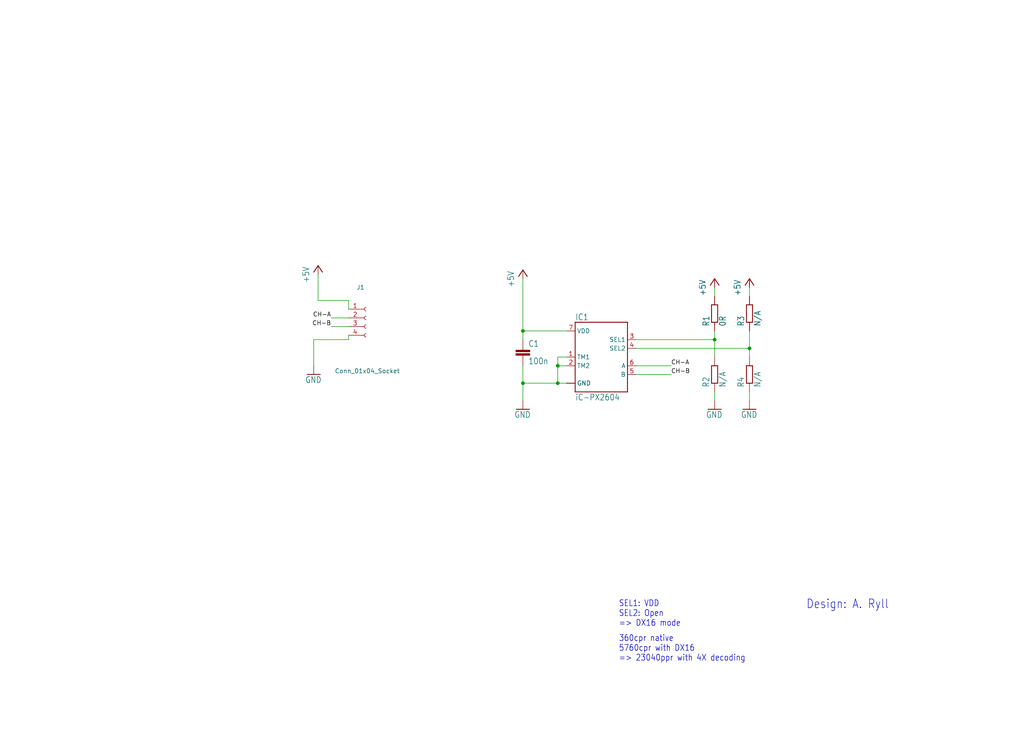
<source format=kicad_sch>
(kicad_sch (version 20231120) (generator "eeschema") (generator_version "8.0")
  (paper "User" 298.45 217.322)
  (lib_symbols
    (symbol "Connector:Conn_01x04_Socket" (pin_names (offset 1.016) hide)
      (property "Reference" "J" (at 0 5.08 0))
      (property "Value" "Conn_01x04_Socket" (at 0 -7.62 0))
      (symbol "Conn_01x04_Socket_1_1"
        (arc (start 0 -4.572) (mid -0.5058 -5.08) (end 0 -5.588) (stroke (width 0.1524)))
        (arc (start 0 -2.032) (mid -0.5058 -2.54) (end 0 -3.048) (stroke (width 0.1524)))
        (polyline (pts (xy -1.27 -5.08) (xy -0.508 -5.08)) (stroke (width 0.1524)))
        (polyline (pts (xy -1.27 -2.54) (xy -0.508 -2.54)) (stroke (width 0.1524)))
        (polyline (pts (xy -1.27 0) (xy -0.508 0)) (stroke (width 0.1524)))
        (polyline (pts (xy -1.27 2.54) (xy -0.508 2.54)) (stroke (width 0.1524)))
        (arc (start 0 0.508) (mid -0.5058 0) (end 0 -0.508) (stroke (width 0.1524)))
        (arc (start 0 3.048) (mid -0.5058 2.54) (end 0 2.032) (stroke (width 0.1524)))
        (pin passive line (at -5.08 2.54 0) (length 3.81) (name "Pin_1") (number "1"))
        (pin passive line (at -5.08 0 0) (length 3.81) (name "Pin_2") (number "2"))
        (pin passive line (at -5.08 -2.54 0) (length 3.81) (name "Pin_3") (number "3"))
        (pin passive line (at -5.08 -5.08 0) (length 3.81) (name "Pin_4") (number "4"))
      )
    )
    (symbol "Encoder_PCB-eagle-import:TIGERs_IC-PX"
      (property "Reference" "IC" (at -7.62 10.668 0))
      (symbol "TIGERs_IC-PX_1_0"
        (polyline (pts (xy -7.62 -10.16) (xy 7.62 -10.16)) (stroke (width 0.254)))
        (polyline (pts (xy -7.62 10.16) (xy -7.62 -10.16)) (stroke (width 0.254)))
        (polyline (pts (xy 7.62 -10.16) (xy 7.62 10.16)) (stroke (width 0.254)))
        (polyline (pts (xy 7.62 10.16) (xy -7.62 10.16)) (stroke (width 0.254)))
        (pin bidirectional line (at -10.16 0 0) (length 2.54) (name "TM1") (number "1"))
        (pin bidirectional line (at -10.16 -2.54 0) (length 2.54) (name "TM2") (number "2"))
        (pin bidirectional line (at 10.16 5.08 180) (length 2.54) (name "SEL1") (number "3"))
        (pin bidirectional line (at 10.16 2.54 180) (length 2.54) (name "SEL2") (number "4"))
        (pin bidirectional line (at 10.16 -5.08 180) (length 2.54) (name "B") (number "5"))
        (pin bidirectional line (at 10.16 -2.54 180) (length 2.54) (name "A") (number "6"))
        (pin bidirectional line (at -10.16 7.62 0) (length 2.54) (name "VDD") (number "7"))
        (pin bidirectional line (at -10.16 -7.62 0) (length 2.54) (name "GND") (number "8"))
        (pin bidirectional line (at -10.16 -7.62 0) (length 2.54) (name "GND") (number "BP"))
      )
    )
    (symbol "Encoder_PCB-eagle-import:rcl_C-EUC0603"
      (property "Reference" "C" (at 1.524 0.381 0))
      (symbol "rcl_C-EUC0603_1_0"
        (rectangle (start -2.032 -2.032) (end 2.032 -1.524) (fill (type outline)))
        (rectangle (start -2.032 -1.016) (end 2.032 -0.508) (fill (type outline)))
        (polyline (pts (xy 0 -2.54) (xy 0 -2.032)) (stroke (width 0.1524)))
        (polyline (pts (xy 0 0) (xy 0 -0.508)) (stroke (width 0.1524)))
        (pin passive line (at 0 2.54 270) (length 2.54) (name "1") (number "1"))
        (pin passive line (at 0 -5.08 90) (length 2.54) (name "2") (number "2"))
      )
    )
    (symbol "Encoder_PCB-eagle-import:rcl_R-EU_R0603"
      (property "Reference" "R" (at -3.81 1.4986 0))
      (symbol "rcl_R-EU_R0603_1_0"
        (polyline (pts (xy -2.54 -0.889) (xy -2.54 0.889)) (stroke (width 0.254)))
        (polyline (pts (xy -2.54 -0.889) (xy 2.54 -0.889)) (stroke (width 0.254)))
        (polyline (pts (xy 2.54 -0.889) (xy 2.54 0.889)) (stroke (width 0.254)))
        (polyline (pts (xy 2.54 0.889) (xy -2.54 0.889)) (stroke (width 0.254)))
        (pin passive line (at -5.08 0 0) (length 2.54) (name "1") (number "1"))
        (pin passive line (at 5.08 0 180) (length 2.54) (name "2") (number "2"))
      )
    )
    (symbol "Encoder_PCB-eagle-import:supply1_+5V" (power)
      (symbol "supply1_+5V_1_0"
        (polyline (pts (xy 0 0) (xy -1.27 -1.905)) (stroke (width 0.254)))
        (polyline (pts (xy 1.27 -1.905) (xy 0 0)) (stroke (width 0.254)))
        (pin power_in line (at 0 -2.54 90) (length 2.54) (name "+5V") (number "1"))
      )
    )
    (symbol "Encoder_PCB-eagle-import:supply1_GND" (power)
      (symbol "supply1_GND_1_0"
        (polyline (pts (xy -1.905 0) (xy 1.905 0)) (stroke (width 0.254)))
        (pin power_in line (at 0 2.54 270) (length 2.54) (name "GND") (number "1"))
      )
    )
  )
  (junction (at 152.4 96.52))
  (junction (at 162.56 111.76))
  (junction (at 208.28 99.06))
  (junction (at 162.56 106.68))
  (junction (at 218.44 101.6))
  (junction (at 152.4 111.76))
  (wire (pts (xy 218.44 116.84) (xy 218.44 114.3)) (stroke (width 0.1524)))
  (wire (pts (xy 208.28 116.84) (xy 208.28 114.3)) (stroke (width 0.1524)))
  (wire (pts (xy 218.44 86.36) (xy 218.44 83.82)) (stroke (width 0.1524)))
  (wire (pts (xy 101.6 90.17) (xy 101.6 87.63)))
  (wire (pts (xy 185.42 109.22) (xy 195.58 109.22)) (stroke (width 0.1524)))
  (wire (pts (xy 185.42 99.06) (xy 208.28 99.06)) (stroke (width 0.1524)))
  (wire (pts (xy 218.44 104.14) (xy 218.44 101.6)) (stroke (width 0.1524)))
  (wire (pts (xy 185.42 101.6) (xy 218.44 101.6)) (stroke (width 0.1524)))
  (wire (pts (xy 152.4 116.84) (xy 152.4 111.76)) (stroke (width 0.1524)))
  (wire (pts (xy 152.4 111.76) (xy 152.4 106.68)) (stroke (width 0.1524)))
  (wire (pts (xy 92.71 87.63) (xy 92.71 80.01)) (stroke (width 0.1524)))
  (wire (pts (xy 162.56 104.14) (xy 162.56 106.68)) (stroke (width 0.1524)))
  (wire (pts (xy 152.4 96.52) (xy 152.4 81.28)) (stroke (width 0.1524)))
  (wire (pts (xy 162.56 106.68) (xy 162.56 111.76)) (stroke (width 0.1524)))
  (wire (pts (xy 96.52 95.25) (xy 101.6 95.25)))
  (wire (pts (xy 208.28 86.36) (xy 208.28 83.82)) (stroke (width 0.1524)))
  (wire (pts (xy 91.44 99.06) (xy 91.44 106.68)) (stroke (width 0.1524)))
  (wire (pts (xy 165.1 111.76) (xy 162.56 111.76)) (stroke (width 0.1524)))
  (wire (pts (xy 165.1 104.14) (xy 162.56 104.14)) (stroke (width 0.1524)))
  (wire (pts (xy 162.56 111.76) (xy 152.4 111.76)) (stroke (width 0.1524)))
  (wire (pts (xy 101.6 87.63) (xy 92.71 87.63)))
  (wire (pts (xy 91.44 99.06) (xy 101.6 99.06)) (stroke (width 0.1524)))
  (wire (pts (xy 152.4 96.52) (xy 152.4 99.06)) (stroke (width 0.1524)))
  (wire (pts (xy 165.1 106.68) (xy 162.56 106.68)) (stroke (width 0.1524)))
  (wire (pts (xy 185.42 106.68) (xy 195.58 106.68)) (stroke (width 0.1524)))
  (wire (pts (xy 208.28 99.06) (xy 208.28 96.52)) (stroke (width 0.1524)))
  (wire (pts (xy 165.1 96.52) (xy 152.4 96.52)) (stroke (width 0.1524)))
  (wire (pts (xy 101.6 99.06) (xy 101.6 97.79)) (stroke (width 0.1524)))
  (wire (pts (xy 218.44 101.6) (xy 218.44 96.52)) (stroke (width 0.1524)))
  (wire (pts (xy 96.52 92.71) (xy 101.6 92.71)))
  (wire (pts (xy 208.28 104.14) (xy 208.28 99.06)) (stroke (width 0.1524)))
  (text "360cpr native\n5760cpr with DX16\n=> 23040ppr with 4X decoding" (at 180.34 193.04 0) (effects (font (size 1.778 1.5113)) (justify left bottom)))
  (text "Design: A. Ryll" (at 234.95 177.8 0) (effects (font (size 2.54 2.159)) (justify left bottom)))
  (text "SEL1: VDD\nSEL2: Open\n=> DX16 mode" (at 180.34 182.88 0) (effects (font (size 1.778 1.5113)) (justify left bottom)))
  (label "CH-B" (at 96.52 95.25 180) (effects (font (size 1.2446 1.2446))))
  (label "CH-A" (at 195.58 106.68 0) (effects (font (size 1.2446 1.2446))))
  (label "CH-B" (at 195.58 109.22 0) (effects (font (size 1.2446 1.2446))))
  (label "CH-A" (at 96.52 92.71 180) (effects (font (size 1.2446 1.2446))))
  (symbol (lib_id "Encoder_PCB-eagle-import:TIGERs_IC-PX") (at 175.26 104.14 0) (unit 1)
    (property "Reference" "IC1" (at 167.64 93.472 0) (effects (font (size 1.778 1.5113)) (justify left bottom)))
    (property "Value" "iC-PX2604" (at 167.64 116.84 0) (effects (font (size 1.778 1.5113)) (justify left bottom)))
    (property "Footprint" "Encoder:ODFN8-3X3" (effects (hide yes)))
  )
  (symbol (lib_id "Encoder_PCB-eagle-import:supply1_GND") (at 152.4 119.38 0) (unit 1)
    (property "Reference" "#GND2" (effects (hide yes)))
    (property "Value" "GND" (at 149.86 121.92 0) (effects (font (size 1.778 1.5113)) (justify left bottom)))
  )
  (symbol (lib_id "Connector:Conn_01x04_Socket") (at 106.68 92.71 0) (unit 1)
    (property "Reference" "J1" (at 103.886 83.82 0) (effects (justify left)))
    (property "Value" "Conn_01x04_Socket" (at 97.536 108.204 0) (effects (justify left)))
    (property "Footprint" "Connector_PinSocket_2.54mm:PinSocket_1x04_P2.54mm_Vertical" (effects (hide yes)))
    (property "Description" "Generic connector, single row, 01x04, script generated" (effects (hide yes)))
  )
  (symbol (lib_id "Encoder_PCB-eagle-import:rcl_R-EU_R0603") (at 208.28 91.44 90) (unit 1)
    (property "Reference" "R1" (at 206.7814 95.25 0) (effects (font (size 1.778 1.5113)) (justify left bottom)))
    (property "Value" "0R" (at 211.582 95.25 0) (effects (font (size 1.778 1.5113)) (justify left bottom)))
    (property "Footprint" "Resistor_SMD:R_0603_1608Metric" (effects (hide yes)))
  )
  (symbol (lib_id "Encoder_PCB-eagle-import:rcl_R-EU_R0603") (at 208.28 109.22 90) (unit 1)
    (property "Reference" "R2" (at 206.7814 113.03 0) (effects (font (size 1.778 1.5113)) (justify left bottom)))
    (property "Value" "N/A" (at 211.582 113.03 0) (effects (font (size 1.778 1.5113)) (justify left bottom)))
    (property "Footprint" "Resistor_SMD:R_0603_1608Metric" (effects (hide yes)))
  )
  (symbol (lib_id "Encoder_PCB-eagle-import:rcl_C-EUC0603") (at 152.4 101.6 0) (unit 1)
    (property "Reference" "C1" (at 153.924 101.219 0) (effects (font (size 1.778 1.5113)) (justify left bottom)))
    (property "Value" "100n" (at 153.924 106.299 0) (effects (font (size 1.778 1.5113)) (justify left bottom)))
    (property "Footprint" "Capacitor_SMD:C_0603_1608Metric" (effects (hide yes)))
  )
  (symbol (lib_id "Encoder_PCB-eagle-import:supply1_+5V") (at 92.71 77.47 0) (unit 1)
    (property "Reference" "#P+1" (effects (hide yes)))
    (property "Value" "+5V" (at 90.17 82.55 90) (effects (font (size 1.778 1.5113)) (justify left bottom)))
  )
  (symbol (lib_id "Encoder_PCB-eagle-import:supply1_GND") (at 91.44 109.22 0) (unit 1)
    (property "Reference" "#GND1" (effects (hide yes)))
    (property "Value" "GND" (at 88.9 111.76 0) (effects (font (size 1.778 1.5113)) (justify left bottom)))
  )
  (symbol (lib_id "Encoder_PCB-eagle-import:supply1_+5V") (at 152.4 78.74 0) (unit 1)
    (property "Reference" "#P+2" (effects (hide yes)))
    (property "Value" "+5V" (at 149.86 83.82 90) (effects (font (size 1.778 1.5113)) (justify left bottom)))
  )
  (symbol (lib_id "Encoder_PCB-eagle-import:supply1_+5V") (at 218.44 81.28 0) (unit 1)
    (property "Reference" "#P+4" (effects (hide yes)))
    (property "Value" "+5V" (at 215.9 86.36 90) (effects (font (size 1.778 1.5113)) (justify left bottom)))
  )
  (symbol (lib_id "Encoder_PCB-eagle-import:rcl_R-EU_R0603") (at 218.44 91.44 90) (unit 1)
    (property "Reference" "R3" (at 216.9414 95.25 0) (effects (font (size 1.778 1.5113)) (justify left bottom)))
    (property "Value" "N/A" (at 221.742 95.25 0) (effects (font (size 1.778 1.5113)) (justify left bottom)))
    (property "Footprint" "Resistor_SMD:R_0603_1608Metric" (effects (hide yes)))
  )
  (symbol (lib_id "Encoder_PCB-eagle-import:supply1_+5V") (at 208.28 81.28 0) (unit 1)
    (property "Reference" "#P+3" (effects (hide yes)))
    (property "Value" "+5V" (at 205.74 86.36 90) (effects (font (size 1.778 1.5113)) (justify left bottom)))
  )
  (symbol (lib_id "Encoder_PCB-eagle-import:supply1_GND") (at 218.44 119.38 0) (unit 1)
    (property "Reference" "#GND4" (effects (hide yes)))
    (property "Value" "GND" (at 215.9 121.92 0) (effects (font (size 1.778 1.5113)) (justify left bottom)))
  )
  (symbol (lib_id "Encoder_PCB-eagle-import:rcl_R-EU_R0603") (at 218.44 109.22 90) (unit 1)
    (property "Reference" "R4" (at 216.9414 113.03 0) (effects (font (size 1.778 1.5113)) (justify left bottom)))
    (property "Value" "N/A" (at 221.742 113.03 0) (effects (font (size 1.778 1.5113)) (justify left bottom)))
    (property "Footprint" "Resistor_SMD:R_0603_1608Metric" (effects (hide yes)))
  )
  (symbol (lib_id "Encoder_PCB-eagle-import:supply1_GND") (at 208.28 119.38 0) (unit 1)
    (property "Reference" "#GND3" (effects (hide yes)))
    (property "Value" "GND" (at 205.74 121.92 0) (effects (font (size 1.778 1.5113)) (justify left bottom)))
  )
)
</source>
